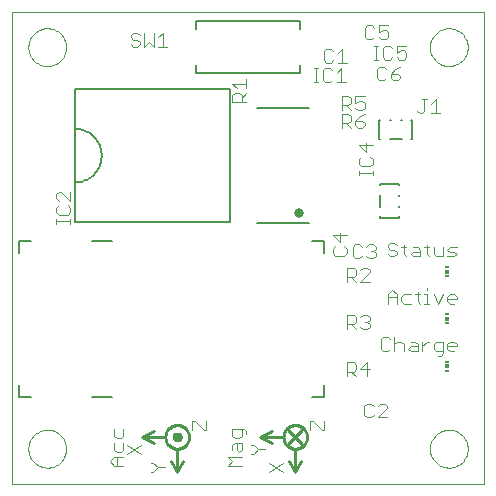
<source format=gto>
G75*
%MOIN*%
%OFA0B0*%
%FSLAX24Y24*%
%IPPOS*%
%LPD*%
%AMOC8*
5,1,8,0,0,1.08239X$1,22.5*
%
%ADD10C,0.0000*%
%ADD11C,0.0100*%
%ADD12C,0.0160*%
%ADD13C,0.0040*%
%ADD14C,0.0050*%
%ADD15C,0.0315*%
%ADD16C,0.0080*%
%ADD17C,0.0060*%
%ADD18R,0.0118X0.0059*%
%ADD19R,0.0118X0.0118*%
D10*
X001361Y001361D02*
X001361Y017109D01*
X017109Y017109D01*
X017109Y001361D01*
X001361Y001361D01*
X001912Y002542D02*
X001914Y002592D01*
X001920Y002642D01*
X001930Y002691D01*
X001944Y002739D01*
X001961Y002786D01*
X001982Y002831D01*
X002007Y002875D01*
X002035Y002916D01*
X002067Y002955D01*
X002101Y002992D01*
X002138Y003026D01*
X002178Y003056D01*
X002220Y003083D01*
X002264Y003107D01*
X002310Y003128D01*
X002357Y003144D01*
X002405Y003157D01*
X002455Y003166D01*
X002504Y003171D01*
X002555Y003172D01*
X002605Y003169D01*
X002654Y003162D01*
X002703Y003151D01*
X002751Y003136D01*
X002797Y003118D01*
X002842Y003096D01*
X002885Y003070D01*
X002926Y003041D01*
X002965Y003009D01*
X003001Y002974D01*
X003033Y002936D01*
X003063Y002896D01*
X003090Y002853D01*
X003113Y002809D01*
X003132Y002763D01*
X003148Y002715D01*
X003160Y002666D01*
X003168Y002617D01*
X003172Y002567D01*
X003172Y002517D01*
X003168Y002467D01*
X003160Y002418D01*
X003148Y002369D01*
X003132Y002321D01*
X003113Y002275D01*
X003090Y002231D01*
X003063Y002188D01*
X003033Y002148D01*
X003001Y002110D01*
X002965Y002075D01*
X002926Y002043D01*
X002885Y002014D01*
X002842Y001988D01*
X002797Y001966D01*
X002751Y001948D01*
X002703Y001933D01*
X002654Y001922D01*
X002605Y001915D01*
X002555Y001912D01*
X002504Y001913D01*
X002455Y001918D01*
X002405Y001927D01*
X002357Y001940D01*
X002310Y001956D01*
X002264Y001977D01*
X002220Y002001D01*
X002178Y002028D01*
X002138Y002058D01*
X002101Y002092D01*
X002067Y002129D01*
X002035Y002168D01*
X002007Y002209D01*
X001982Y002253D01*
X001961Y002298D01*
X001944Y002345D01*
X001930Y002393D01*
X001920Y002442D01*
X001914Y002492D01*
X001912Y002542D01*
X001912Y015928D02*
X001914Y015978D01*
X001920Y016028D01*
X001930Y016077D01*
X001944Y016125D01*
X001961Y016172D01*
X001982Y016217D01*
X002007Y016261D01*
X002035Y016302D01*
X002067Y016341D01*
X002101Y016378D01*
X002138Y016412D01*
X002178Y016442D01*
X002220Y016469D01*
X002264Y016493D01*
X002310Y016514D01*
X002357Y016530D01*
X002405Y016543D01*
X002455Y016552D01*
X002504Y016557D01*
X002555Y016558D01*
X002605Y016555D01*
X002654Y016548D01*
X002703Y016537D01*
X002751Y016522D01*
X002797Y016504D01*
X002842Y016482D01*
X002885Y016456D01*
X002926Y016427D01*
X002965Y016395D01*
X003001Y016360D01*
X003033Y016322D01*
X003063Y016282D01*
X003090Y016239D01*
X003113Y016195D01*
X003132Y016149D01*
X003148Y016101D01*
X003160Y016052D01*
X003168Y016003D01*
X003172Y015953D01*
X003172Y015903D01*
X003168Y015853D01*
X003160Y015804D01*
X003148Y015755D01*
X003132Y015707D01*
X003113Y015661D01*
X003090Y015617D01*
X003063Y015574D01*
X003033Y015534D01*
X003001Y015496D01*
X002965Y015461D01*
X002926Y015429D01*
X002885Y015400D01*
X002842Y015374D01*
X002797Y015352D01*
X002751Y015334D01*
X002703Y015319D01*
X002654Y015308D01*
X002605Y015301D01*
X002555Y015298D01*
X002504Y015299D01*
X002455Y015304D01*
X002405Y015313D01*
X002357Y015326D01*
X002310Y015342D01*
X002264Y015363D01*
X002220Y015387D01*
X002178Y015414D01*
X002138Y015444D01*
X002101Y015478D01*
X002067Y015515D01*
X002035Y015554D01*
X002007Y015595D01*
X001982Y015639D01*
X001961Y015684D01*
X001944Y015731D01*
X001930Y015779D01*
X001920Y015828D01*
X001914Y015878D01*
X001912Y015928D01*
X015298Y015928D02*
X015300Y015978D01*
X015306Y016028D01*
X015316Y016077D01*
X015330Y016125D01*
X015347Y016172D01*
X015368Y016217D01*
X015393Y016261D01*
X015421Y016302D01*
X015453Y016341D01*
X015487Y016378D01*
X015524Y016412D01*
X015564Y016442D01*
X015606Y016469D01*
X015650Y016493D01*
X015696Y016514D01*
X015743Y016530D01*
X015791Y016543D01*
X015841Y016552D01*
X015890Y016557D01*
X015941Y016558D01*
X015991Y016555D01*
X016040Y016548D01*
X016089Y016537D01*
X016137Y016522D01*
X016183Y016504D01*
X016228Y016482D01*
X016271Y016456D01*
X016312Y016427D01*
X016351Y016395D01*
X016387Y016360D01*
X016419Y016322D01*
X016449Y016282D01*
X016476Y016239D01*
X016499Y016195D01*
X016518Y016149D01*
X016534Y016101D01*
X016546Y016052D01*
X016554Y016003D01*
X016558Y015953D01*
X016558Y015903D01*
X016554Y015853D01*
X016546Y015804D01*
X016534Y015755D01*
X016518Y015707D01*
X016499Y015661D01*
X016476Y015617D01*
X016449Y015574D01*
X016419Y015534D01*
X016387Y015496D01*
X016351Y015461D01*
X016312Y015429D01*
X016271Y015400D01*
X016228Y015374D01*
X016183Y015352D01*
X016137Y015334D01*
X016089Y015319D01*
X016040Y015308D01*
X015991Y015301D01*
X015941Y015298D01*
X015890Y015299D01*
X015841Y015304D01*
X015791Y015313D01*
X015743Y015326D01*
X015696Y015342D01*
X015650Y015363D01*
X015606Y015387D01*
X015564Y015414D01*
X015524Y015444D01*
X015487Y015478D01*
X015453Y015515D01*
X015421Y015554D01*
X015393Y015595D01*
X015368Y015639D01*
X015347Y015684D01*
X015330Y015731D01*
X015316Y015779D01*
X015306Y015828D01*
X015300Y015878D01*
X015298Y015928D01*
X015298Y002542D02*
X015300Y002592D01*
X015306Y002642D01*
X015316Y002691D01*
X015330Y002739D01*
X015347Y002786D01*
X015368Y002831D01*
X015393Y002875D01*
X015421Y002916D01*
X015453Y002955D01*
X015487Y002992D01*
X015524Y003026D01*
X015564Y003056D01*
X015606Y003083D01*
X015650Y003107D01*
X015696Y003128D01*
X015743Y003144D01*
X015791Y003157D01*
X015841Y003166D01*
X015890Y003171D01*
X015941Y003172D01*
X015991Y003169D01*
X016040Y003162D01*
X016089Y003151D01*
X016137Y003136D01*
X016183Y003118D01*
X016228Y003096D01*
X016271Y003070D01*
X016312Y003041D01*
X016351Y003009D01*
X016387Y002974D01*
X016419Y002936D01*
X016449Y002896D01*
X016476Y002853D01*
X016499Y002809D01*
X016518Y002763D01*
X016534Y002715D01*
X016546Y002666D01*
X016554Y002617D01*
X016558Y002567D01*
X016558Y002517D01*
X016554Y002467D01*
X016546Y002418D01*
X016534Y002369D01*
X016518Y002321D01*
X016499Y002275D01*
X016476Y002231D01*
X016449Y002188D01*
X016419Y002148D01*
X016387Y002110D01*
X016351Y002075D01*
X016312Y002043D01*
X016271Y002014D01*
X016228Y001988D01*
X016183Y001966D01*
X016137Y001948D01*
X016089Y001933D01*
X016040Y001922D01*
X015991Y001915D01*
X015941Y001912D01*
X015890Y001913D01*
X015841Y001918D01*
X015791Y001927D01*
X015743Y001940D01*
X015696Y001956D01*
X015650Y001977D01*
X015606Y002001D01*
X015564Y002028D01*
X015524Y002058D01*
X015487Y002092D01*
X015453Y002129D01*
X015421Y002168D01*
X015393Y002209D01*
X015368Y002253D01*
X015347Y002298D01*
X015330Y002345D01*
X015316Y002393D01*
X015306Y002442D01*
X015300Y002492D01*
X015298Y002542D01*
D11*
X011046Y002700D02*
X010574Y003172D01*
X010416Y002936D02*
X009629Y002936D01*
X010023Y003133D01*
X010023Y002739D02*
X009629Y002936D01*
X010574Y002700D02*
X011046Y003172D01*
X010416Y002936D02*
X010418Y002975D01*
X010424Y003014D01*
X010434Y003052D01*
X010447Y003089D01*
X010464Y003124D01*
X010484Y003158D01*
X010508Y003189D01*
X010535Y003218D01*
X010564Y003244D01*
X010596Y003267D01*
X010630Y003287D01*
X010666Y003303D01*
X010703Y003315D01*
X010742Y003324D01*
X010781Y003329D01*
X010820Y003330D01*
X010859Y003327D01*
X010898Y003320D01*
X010935Y003309D01*
X010972Y003295D01*
X011007Y003277D01*
X011040Y003256D01*
X011071Y003231D01*
X011099Y003204D01*
X011124Y003174D01*
X011146Y003141D01*
X011165Y003107D01*
X011180Y003071D01*
X011192Y003033D01*
X011200Y002995D01*
X011204Y002956D01*
X011204Y002916D01*
X011200Y002877D01*
X011192Y002839D01*
X011180Y002801D01*
X011165Y002765D01*
X011146Y002731D01*
X011124Y002698D01*
X011099Y002668D01*
X011071Y002641D01*
X011040Y002616D01*
X011007Y002595D01*
X010972Y002577D01*
X010935Y002563D01*
X010898Y002552D01*
X010859Y002545D01*
X010820Y002542D01*
X010781Y002543D01*
X010742Y002548D01*
X010703Y002557D01*
X010666Y002569D01*
X010630Y002585D01*
X010596Y002605D01*
X010564Y002628D01*
X010535Y002654D01*
X010508Y002683D01*
X010484Y002714D01*
X010464Y002748D01*
X010447Y002783D01*
X010434Y002820D01*
X010424Y002858D01*
X010418Y002897D01*
X010416Y002936D01*
X010810Y002542D02*
X010810Y001755D01*
X011007Y002149D01*
X010613Y002149D02*
X010810Y001755D01*
X007070Y002149D02*
X006873Y001755D01*
X006676Y002149D01*
X006873Y002542D02*
X006873Y001755D01*
X006086Y002739D02*
X005692Y002936D01*
X006086Y003133D01*
X006479Y002936D02*
X005692Y002936D01*
X006479Y002936D02*
X006481Y002975D01*
X006487Y003014D01*
X006497Y003052D01*
X006510Y003089D01*
X006527Y003124D01*
X006547Y003158D01*
X006571Y003189D01*
X006598Y003218D01*
X006627Y003244D01*
X006659Y003267D01*
X006693Y003287D01*
X006729Y003303D01*
X006766Y003315D01*
X006805Y003324D01*
X006844Y003329D01*
X006883Y003330D01*
X006922Y003327D01*
X006961Y003320D01*
X006998Y003309D01*
X007035Y003295D01*
X007070Y003277D01*
X007103Y003256D01*
X007134Y003231D01*
X007162Y003204D01*
X007187Y003174D01*
X007209Y003141D01*
X007228Y003107D01*
X007243Y003071D01*
X007255Y003033D01*
X007263Y002995D01*
X007267Y002956D01*
X007267Y002916D01*
X007263Y002877D01*
X007255Y002839D01*
X007243Y002801D01*
X007228Y002765D01*
X007209Y002731D01*
X007187Y002698D01*
X007162Y002668D01*
X007134Y002641D01*
X007103Y002616D01*
X007070Y002595D01*
X007035Y002577D01*
X006998Y002563D01*
X006961Y002552D01*
X006922Y002545D01*
X006883Y002542D01*
X006844Y002543D01*
X006805Y002548D01*
X006766Y002557D01*
X006729Y002569D01*
X006693Y002585D01*
X006659Y002605D01*
X006627Y002628D01*
X006598Y002654D01*
X006571Y002683D01*
X006547Y002714D01*
X006527Y002748D01*
X006510Y002783D01*
X006497Y002820D01*
X006487Y002858D01*
X006481Y002897D01*
X006479Y002936D01*
D12*
X006794Y002936D02*
X006796Y002954D01*
X006802Y002970D01*
X006811Y002985D01*
X006824Y002998D01*
X006839Y003007D01*
X006855Y003013D01*
X006873Y003015D01*
X006891Y003013D01*
X006907Y003007D01*
X006922Y002998D01*
X006935Y002985D01*
X006944Y002970D01*
X006950Y002954D01*
X006952Y002936D01*
X006950Y002918D01*
X006944Y002902D01*
X006935Y002887D01*
X006922Y002874D01*
X006907Y002865D01*
X006891Y002859D01*
X006873Y002857D01*
X006855Y002859D01*
X006839Y002865D01*
X006824Y002874D01*
X006811Y002887D01*
X006802Y002902D01*
X006796Y002918D01*
X006794Y002936D01*
D13*
X007377Y003153D02*
X007377Y003460D01*
X007454Y003460D01*
X007760Y003153D01*
X007837Y003153D01*
X007837Y003460D01*
X008711Y003199D02*
X008711Y002969D01*
X008788Y002892D01*
X008942Y002892D01*
X009018Y002969D01*
X009018Y003199D01*
X009095Y003199D02*
X008711Y003199D01*
X009095Y003199D02*
X009172Y003123D01*
X009172Y003046D01*
X009018Y002739D02*
X008788Y002739D01*
X008711Y002662D01*
X008711Y002509D01*
X008865Y002509D02*
X008865Y002739D01*
X009018Y002739D02*
X009018Y002509D01*
X008942Y002432D01*
X008865Y002509D01*
X009018Y002279D02*
X008558Y002279D01*
X008711Y002125D01*
X008558Y001972D01*
X009018Y001972D01*
X009345Y002365D02*
X009422Y002365D01*
X009575Y002519D01*
X009806Y002519D01*
X009575Y002519D02*
X009422Y002672D01*
X009345Y002672D01*
X009936Y002082D02*
X010396Y001775D01*
X010396Y002082D02*
X009936Y001775D01*
X011314Y003153D02*
X011314Y003460D01*
X011391Y003460D01*
X011697Y003153D01*
X011774Y003153D01*
X011774Y003460D01*
X013112Y003661D02*
X013189Y003584D01*
X013342Y003584D01*
X013419Y003661D01*
X013572Y003584D02*
X013879Y003891D01*
X013879Y003968D01*
X013802Y004044D01*
X013649Y004044D01*
X013572Y003968D01*
X013419Y003968D02*
X013342Y004044D01*
X013189Y004044D01*
X013112Y003968D01*
X013112Y003661D01*
X013572Y003584D02*
X013879Y003584D01*
X013212Y004962D02*
X013212Y005422D01*
X012982Y005192D01*
X013289Y005192D01*
X012828Y005192D02*
X012752Y005115D01*
X012521Y005115D01*
X012521Y004962D02*
X012521Y005422D01*
X012752Y005422D01*
X012828Y005345D01*
X012828Y005192D01*
X012675Y005115D02*
X012828Y004962D01*
X013733Y005802D02*
X013656Y005879D01*
X013656Y006186D01*
X013733Y006263D01*
X013886Y006263D01*
X013963Y006186D01*
X014116Y006263D02*
X014116Y005802D01*
X013963Y005879D02*
X013886Y005802D01*
X013733Y005802D01*
X014116Y006033D02*
X014193Y006109D01*
X014347Y006109D01*
X014423Y006033D01*
X014423Y005802D01*
X014577Y005879D02*
X014654Y005956D01*
X014884Y005956D01*
X014884Y006033D02*
X014884Y005802D01*
X014654Y005802D01*
X014577Y005879D01*
X014654Y006109D02*
X014807Y006109D01*
X014884Y006033D01*
X015037Y006109D02*
X015037Y005802D01*
X015037Y005956D02*
X015191Y006109D01*
X015267Y006109D01*
X015421Y006033D02*
X015421Y005879D01*
X015498Y005802D01*
X015728Y005802D01*
X015728Y005726D02*
X015728Y006109D01*
X015498Y006109D01*
X015421Y006033D01*
X015574Y005649D02*
X015651Y005649D01*
X015728Y005726D01*
X015881Y005879D02*
X015881Y006033D01*
X015958Y006109D01*
X016112Y006109D01*
X016188Y006033D01*
X016188Y005956D01*
X015881Y005956D01*
X015881Y005879D02*
X015958Y005802D01*
X016112Y005802D01*
X016112Y007377D02*
X015958Y007377D01*
X015881Y007454D01*
X015881Y007607D01*
X015958Y007684D01*
X016112Y007684D01*
X016188Y007607D01*
X016188Y007531D01*
X015881Y007531D01*
X015728Y007684D02*
X015574Y007377D01*
X015421Y007684D01*
X015191Y007684D02*
X015191Y007377D01*
X015267Y007377D02*
X015114Y007377D01*
X014961Y007377D02*
X014884Y007454D01*
X014884Y007761D01*
X014807Y007684D02*
X014961Y007684D01*
X015114Y007684D02*
X015191Y007684D01*
X015191Y007838D02*
X015191Y007914D01*
X014654Y007684D02*
X014423Y007684D01*
X014347Y007607D01*
X014347Y007454D01*
X014423Y007377D01*
X014654Y007377D01*
X014193Y007377D02*
X014193Y007684D01*
X014040Y007838D01*
X013886Y007684D01*
X013886Y007377D01*
X013886Y007607D02*
X014193Y007607D01*
X013289Y008111D02*
X012982Y008111D01*
X013289Y008418D01*
X013289Y008495D01*
X013212Y008572D01*
X013058Y008572D01*
X012982Y008495D01*
X012828Y008495D02*
X012752Y008572D01*
X012521Y008572D01*
X012521Y008111D01*
X012521Y008265D02*
X012752Y008265D01*
X012828Y008342D01*
X012828Y008495D01*
X012675Y008265D02*
X012828Y008111D01*
X012795Y008899D02*
X012948Y008899D01*
X013025Y008976D01*
X013179Y008976D02*
X013255Y008899D01*
X013409Y008899D01*
X013486Y008976D01*
X013486Y009052D01*
X013409Y009129D01*
X013332Y009129D01*
X013409Y009129D02*
X013486Y009206D01*
X013486Y009282D01*
X013409Y009359D01*
X013255Y009359D01*
X013179Y009282D01*
X013025Y009282D02*
X012948Y009359D01*
X012795Y009359D01*
X012718Y009282D01*
X012718Y008976D01*
X012795Y008899D01*
X012524Y009055D02*
X012524Y009208D01*
X012447Y009285D01*
X012294Y009438D02*
X012294Y009745D01*
X012524Y009669D02*
X012064Y009669D01*
X012294Y009438D01*
X012141Y009285D02*
X012064Y009208D01*
X012064Y009055D01*
X012141Y008978D01*
X012447Y008978D01*
X012524Y009055D01*
X013886Y009029D02*
X013963Y008952D01*
X014116Y008952D01*
X014193Y009029D01*
X014193Y009105D01*
X014116Y009182D01*
X013963Y009182D01*
X013886Y009259D01*
X013886Y009336D01*
X013963Y009412D01*
X014116Y009412D01*
X014193Y009336D01*
X014347Y009259D02*
X014500Y009259D01*
X014423Y009336D02*
X014423Y009029D01*
X014500Y008952D01*
X014654Y009029D02*
X014730Y009105D01*
X014961Y009105D01*
X014961Y009182D02*
X014961Y008952D01*
X014730Y008952D01*
X014654Y009029D01*
X014730Y009259D02*
X014884Y009259D01*
X014961Y009182D01*
X015114Y009259D02*
X015267Y009259D01*
X015191Y009336D02*
X015191Y009029D01*
X015267Y008952D01*
X015421Y009029D02*
X015421Y009259D01*
X015421Y009029D02*
X015498Y008952D01*
X015728Y008952D01*
X015728Y009259D01*
X015881Y009182D02*
X015958Y009259D01*
X016188Y009259D01*
X016112Y009105D02*
X015958Y009105D01*
X015881Y009182D01*
X015881Y008952D02*
X016112Y008952D01*
X016188Y009029D01*
X016112Y009105D01*
X013386Y011655D02*
X013386Y011808D01*
X013386Y011731D02*
X012926Y011731D01*
X012926Y011655D02*
X012926Y011808D01*
X013003Y011962D02*
X012926Y012038D01*
X012926Y012192D01*
X013003Y012269D01*
X013156Y012422D02*
X013156Y012729D01*
X013386Y012652D02*
X012926Y012652D01*
X013156Y012422D01*
X013310Y012269D02*
X013386Y012192D01*
X013386Y012038D01*
X013310Y011962D01*
X013003Y011962D01*
X013042Y013245D02*
X012889Y013245D01*
X012812Y013322D01*
X012812Y013475D01*
X013042Y013475D01*
X013119Y013399D01*
X013119Y013322D01*
X013042Y013245D01*
X012812Y013475D02*
X012965Y013629D01*
X013119Y013706D01*
X013042Y013836D02*
X012889Y013836D01*
X012812Y013913D01*
X012812Y014066D02*
X012965Y014143D01*
X013042Y014143D01*
X013119Y014066D01*
X013119Y013913D01*
X013042Y013836D01*
X012812Y014066D02*
X012812Y014296D01*
X013119Y014296D01*
X012659Y014219D02*
X012659Y014066D01*
X012582Y013989D01*
X012352Y013989D01*
X012505Y013989D02*
X012659Y013836D01*
X012582Y013706D02*
X012659Y013629D01*
X012659Y013475D01*
X012582Y013399D01*
X012352Y013399D01*
X012505Y013399D02*
X012659Y013245D01*
X012352Y013245D02*
X012352Y013706D01*
X012582Y013706D01*
X012352Y013836D02*
X012352Y014296D01*
X012582Y014296D01*
X012659Y014219D01*
X012495Y014767D02*
X012188Y014767D01*
X012341Y014767D02*
X012341Y015227D01*
X012188Y015074D01*
X012034Y015151D02*
X011958Y015227D01*
X011804Y015227D01*
X011727Y015151D01*
X011727Y014844D01*
X011804Y014767D01*
X011958Y014767D01*
X012034Y014844D01*
X011574Y014767D02*
X011420Y014767D01*
X011497Y014767D02*
X011497Y015227D01*
X011420Y015227D02*
X011574Y015227D01*
X011761Y015487D02*
X011838Y015411D01*
X011991Y015411D01*
X012068Y015487D01*
X012221Y015411D02*
X012528Y015411D01*
X012375Y015411D02*
X012375Y015871D01*
X012221Y015718D01*
X012068Y015794D02*
X011991Y015871D01*
X011838Y015871D01*
X011761Y015794D01*
X011761Y015487D01*
X013139Y016275D02*
X013216Y016198D01*
X013369Y016198D01*
X013446Y016275D01*
X013599Y016275D02*
X013676Y016198D01*
X013830Y016198D01*
X013906Y016275D01*
X013906Y016428D01*
X013830Y016505D01*
X013753Y016505D01*
X013599Y016428D01*
X013599Y016658D01*
X013906Y016658D01*
X013446Y016582D02*
X013369Y016658D01*
X013216Y016658D01*
X013139Y016582D01*
X013139Y016275D01*
X013426Y015977D02*
X013580Y015977D01*
X013503Y015977D02*
X013503Y015517D01*
X013426Y015517D02*
X013580Y015517D01*
X013733Y015594D02*
X013810Y015517D01*
X013964Y015517D01*
X014040Y015594D01*
X014194Y015594D02*
X014270Y015517D01*
X014424Y015517D01*
X014501Y015594D01*
X014501Y015747D01*
X014424Y015824D01*
X014347Y015824D01*
X014194Y015747D01*
X014194Y015977D01*
X014501Y015977D01*
X014040Y015901D02*
X013964Y015977D01*
X013810Y015977D01*
X013733Y015901D01*
X013733Y015594D01*
X013763Y015280D02*
X013609Y015280D01*
X013533Y015204D01*
X013533Y014897D01*
X013609Y014820D01*
X013763Y014820D01*
X013840Y014897D01*
X013993Y014897D02*
X013993Y015050D01*
X014223Y015050D01*
X014300Y014974D01*
X014300Y014897D01*
X014223Y014820D01*
X014070Y014820D01*
X013993Y014897D01*
X013993Y015050D02*
X014147Y015204D01*
X014300Y015280D01*
X013840Y015204D02*
X013763Y015280D01*
X015033Y014184D02*
X015186Y014184D01*
X015109Y014184D02*
X015109Y013800D01*
X015033Y013724D01*
X014956Y013724D01*
X014879Y013800D01*
X015340Y013724D02*
X015646Y013724D01*
X015493Y013724D02*
X015493Y014184D01*
X015340Y014031D01*
X009178Y014096D02*
X008717Y014096D01*
X008717Y014326D01*
X008794Y014403D01*
X008948Y014403D01*
X009024Y014326D01*
X009024Y014096D01*
X009024Y014250D02*
X009178Y014403D01*
X009178Y014557D02*
X009178Y014863D01*
X009178Y014710D02*
X008717Y014710D01*
X008871Y014557D01*
X006546Y015948D02*
X006239Y015948D01*
X006392Y015948D02*
X006392Y016408D01*
X006239Y016255D01*
X006085Y016408D02*
X006085Y015948D01*
X005932Y016101D01*
X005779Y015948D01*
X005779Y016408D01*
X005625Y016332D02*
X005548Y016408D01*
X005395Y016408D01*
X005318Y016332D01*
X005318Y016255D01*
X005395Y016178D01*
X005548Y016178D01*
X005625Y016101D01*
X005625Y016025D01*
X005548Y015948D01*
X005395Y015948D01*
X005318Y016025D01*
X003310Y011117D02*
X003310Y010810D01*
X003003Y011117D01*
X002926Y011117D01*
X002849Y011040D01*
X002849Y010887D01*
X002926Y010810D01*
X002926Y010656D02*
X002849Y010580D01*
X002849Y010426D01*
X002926Y010349D01*
X003233Y010349D01*
X003310Y010426D01*
X003310Y010580D01*
X003233Y010656D01*
X003310Y010196D02*
X003310Y010043D01*
X003310Y010119D02*
X002849Y010119D01*
X002849Y010043D02*
X002849Y010196D01*
X004774Y003199D02*
X004774Y002969D01*
X004851Y002892D01*
X005005Y002892D01*
X005081Y002969D01*
X005081Y003199D01*
X005081Y002739D02*
X005081Y002509D01*
X005005Y002432D01*
X004851Y002432D01*
X004774Y002509D01*
X004774Y002739D01*
X004774Y002279D02*
X005081Y002279D01*
X005211Y002365D02*
X005672Y002672D01*
X005672Y002365D02*
X005211Y002672D01*
X004851Y002279D02*
X004851Y001972D01*
X004774Y001972D02*
X004621Y002125D01*
X004774Y002279D01*
X004774Y001972D02*
X005081Y001972D01*
X005999Y002082D02*
X006076Y002082D01*
X006229Y001928D01*
X006459Y001928D01*
X006229Y001928D02*
X006076Y001775D01*
X005999Y001775D01*
X012521Y006537D02*
X012521Y006997D01*
X012752Y006997D01*
X012828Y006920D01*
X012828Y006767D01*
X012752Y006690D01*
X012521Y006690D01*
X012675Y006690D02*
X012828Y006537D01*
X012982Y006613D02*
X013058Y006537D01*
X013212Y006537D01*
X013289Y006613D01*
X013289Y006690D01*
X013212Y006767D01*
X013135Y006767D01*
X013212Y006767D02*
X013289Y006844D01*
X013289Y006920D01*
X013212Y006997D01*
X013058Y006997D01*
X012982Y006920D01*
D14*
X011282Y010082D02*
X009550Y010082D01*
X008645Y010101D02*
X008645Y014519D01*
X003463Y014519D01*
X003463Y013204D01*
X003463Y011416D01*
X003463Y010101D01*
X008645Y010101D01*
X009550Y013900D02*
X011282Y013900D01*
X010967Y015062D02*
X007503Y015062D01*
X007503Y015337D01*
X007503Y016519D02*
X007503Y016794D01*
X010967Y016794D01*
X010967Y016519D01*
X010967Y015337D02*
X010967Y015062D01*
X003463Y013204D02*
X003521Y013202D01*
X003580Y013196D01*
X003637Y013187D01*
X003694Y013174D01*
X003750Y013157D01*
X003805Y013136D01*
X003858Y013112D01*
X003910Y013084D01*
X003960Y013053D01*
X004007Y013019D01*
X004052Y012982D01*
X004095Y012942D01*
X004135Y012899D01*
X004172Y012854D01*
X004206Y012807D01*
X004237Y012757D01*
X004265Y012705D01*
X004289Y012652D01*
X004310Y012597D01*
X004327Y012541D01*
X004340Y012484D01*
X004349Y012427D01*
X004355Y012368D01*
X004357Y012310D01*
X004355Y012252D01*
X004349Y012193D01*
X004340Y012136D01*
X004327Y012079D01*
X004310Y012023D01*
X004289Y011968D01*
X004265Y011915D01*
X004237Y011863D01*
X004206Y011813D01*
X004172Y011766D01*
X004135Y011721D01*
X004095Y011678D01*
X004052Y011638D01*
X004007Y011601D01*
X003960Y011567D01*
X003910Y011536D01*
X003858Y011508D01*
X003805Y011484D01*
X003750Y011463D01*
X003694Y011446D01*
X003637Y011433D01*
X003580Y011424D01*
X003521Y011418D01*
X003463Y011416D01*
D15*
X010932Y010406D03*
D16*
X011361Y009471D02*
X011755Y009471D01*
X011755Y009078D01*
X011755Y004668D02*
X011755Y004274D01*
X011361Y004274D01*
X004708Y004274D02*
X004038Y004274D01*
X001991Y004274D02*
X001597Y004274D01*
X001597Y004668D01*
X001597Y009078D02*
X001597Y009471D01*
X001991Y009471D01*
X004038Y009471D02*
X004708Y009471D01*
D17*
X013641Y010250D02*
X013641Y010287D01*
X013641Y010250D02*
X014278Y010250D01*
X014278Y010287D01*
X014278Y010604D02*
X014278Y010641D01*
X014278Y010978D02*
X014278Y011015D01*
X014278Y011333D02*
X014278Y011370D01*
X013641Y011370D01*
X013641Y011333D01*
X013641Y011015D02*
X013641Y010604D01*
X013634Y012853D02*
X013597Y012853D01*
X013597Y013491D01*
X013634Y013491D01*
X013951Y013491D02*
X013988Y013491D01*
X014325Y013491D02*
X014362Y013491D01*
X014679Y013491D02*
X014716Y013491D01*
X014716Y012853D01*
X014679Y012853D01*
X014362Y012853D02*
X013951Y012853D01*
D18*
X015869Y008595D03*
X015869Y008300D03*
X015869Y007021D03*
X015869Y006725D03*
X015869Y005446D03*
X015869Y005150D03*
D19*
X015869Y005298D03*
X015869Y006873D03*
X015869Y008448D03*
M02*

</source>
